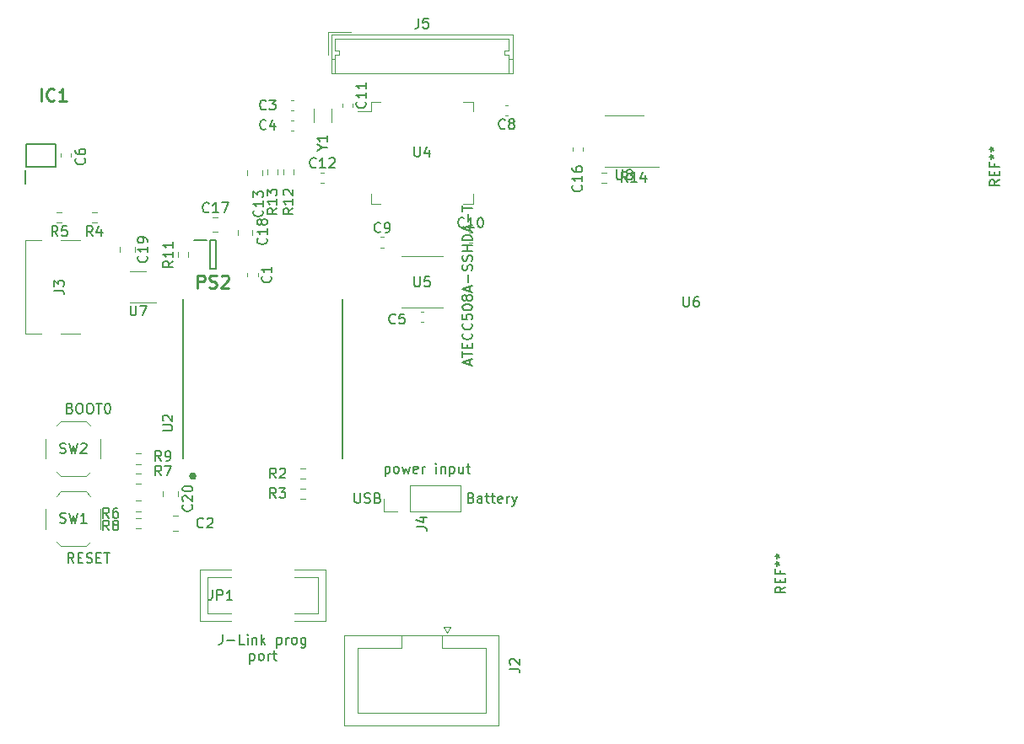
<source format=gbr>
%TF.GenerationSoftware,KiCad,Pcbnew,(5.99.0-12717-g57c7d663b0)*%
%TF.CreationDate,2021-10-22T11:26:34+02:00*%
%TF.ProjectId,Main_PCB,4d61696e-5f50-4434-922e-6b696361645f,rev?*%
%TF.SameCoordinates,Original*%
%TF.FileFunction,Legend,Top*%
%TF.FilePolarity,Positive*%
%FSLAX46Y46*%
G04 Gerber Fmt 4.6, Leading zero omitted, Abs format (unit mm)*
G04 Created by KiCad (PCBNEW (5.99.0-12717-g57c7d663b0)) date 2021-10-22 11:26:34*
%MOMM*%
%LPD*%
G01*
G04 APERTURE LIST*
%ADD10C,0.150000*%
%ADD11C,0.254000*%
%ADD12C,0.120000*%
%ADD13C,0.100000*%
%ADD14C,0.200000*%
%ADD15C,0.010000*%
G04 APERTURE END LIST*
D10*
X113928571Y-109928571D02*
X114071428Y-109976190D01*
X114119047Y-110023809D01*
X114166666Y-110119047D01*
X114166666Y-110261904D01*
X114119047Y-110357142D01*
X114071428Y-110404761D01*
X113976190Y-110452380D01*
X113595238Y-110452380D01*
X113595238Y-109452380D01*
X113928571Y-109452380D01*
X114023809Y-109500000D01*
X114071428Y-109547619D01*
X114119047Y-109642857D01*
X114119047Y-109738095D01*
X114071428Y-109833333D01*
X114023809Y-109880952D01*
X113928571Y-109928571D01*
X113595238Y-109928571D01*
X115023809Y-110452380D02*
X115023809Y-109928571D01*
X114976190Y-109833333D01*
X114880952Y-109785714D01*
X114690476Y-109785714D01*
X114595238Y-109833333D01*
X115023809Y-110404761D02*
X114928571Y-110452380D01*
X114690476Y-110452380D01*
X114595238Y-110404761D01*
X114547619Y-110309523D01*
X114547619Y-110214285D01*
X114595238Y-110119047D01*
X114690476Y-110071428D01*
X114928571Y-110071428D01*
X115023809Y-110023809D01*
X115357142Y-109785714D02*
X115738095Y-109785714D01*
X115500000Y-109452380D02*
X115500000Y-110309523D01*
X115547619Y-110404761D01*
X115642857Y-110452380D01*
X115738095Y-110452380D01*
X115928571Y-109785714D02*
X116309523Y-109785714D01*
X116071428Y-109452380D02*
X116071428Y-110309523D01*
X116119047Y-110404761D01*
X116214285Y-110452380D01*
X116309523Y-110452380D01*
X117023809Y-110404761D02*
X116928571Y-110452380D01*
X116738095Y-110452380D01*
X116642857Y-110404761D01*
X116595238Y-110309523D01*
X116595238Y-109928571D01*
X116642857Y-109833333D01*
X116738095Y-109785714D01*
X116928571Y-109785714D01*
X117023809Y-109833333D01*
X117071428Y-109928571D01*
X117071428Y-110023809D01*
X116595238Y-110119047D01*
X117500000Y-110452380D02*
X117500000Y-109785714D01*
X117500000Y-109976190D02*
X117547619Y-109880952D01*
X117595238Y-109833333D01*
X117690476Y-109785714D01*
X117785714Y-109785714D01*
X118023809Y-109785714D02*
X118261904Y-110452380D01*
X118500000Y-109785714D02*
X118261904Y-110452380D01*
X118166666Y-110690476D01*
X118119047Y-110738095D01*
X118023809Y-110785714D01*
X74047619Y-116452380D02*
X73714285Y-115976190D01*
X73476190Y-116452380D02*
X73476190Y-115452380D01*
X73857142Y-115452380D01*
X73952380Y-115500000D01*
X74000000Y-115547619D01*
X74047619Y-115642857D01*
X74047619Y-115785714D01*
X74000000Y-115880952D01*
X73952380Y-115928571D01*
X73857142Y-115976190D01*
X73476190Y-115976190D01*
X74476190Y-115928571D02*
X74809523Y-115928571D01*
X74952380Y-116452380D02*
X74476190Y-116452380D01*
X74476190Y-115452380D01*
X74952380Y-115452380D01*
X75333333Y-116404761D02*
X75476190Y-116452380D01*
X75714285Y-116452380D01*
X75809523Y-116404761D01*
X75857142Y-116357142D01*
X75904761Y-116261904D01*
X75904761Y-116166666D01*
X75857142Y-116071428D01*
X75809523Y-116023809D01*
X75714285Y-115976190D01*
X75523809Y-115928571D01*
X75428571Y-115880952D01*
X75380952Y-115833333D01*
X75333333Y-115738095D01*
X75333333Y-115642857D01*
X75380952Y-115547619D01*
X75428571Y-115500000D01*
X75523809Y-115452380D01*
X75761904Y-115452380D01*
X75904761Y-115500000D01*
X76333333Y-115928571D02*
X76666666Y-115928571D01*
X76809523Y-116452380D02*
X76333333Y-116452380D01*
X76333333Y-115452380D01*
X76809523Y-115452380D01*
X77095238Y-115452380D02*
X77666666Y-115452380D01*
X77380952Y-116452380D02*
X77380952Y-115452380D01*
X88976190Y-123647380D02*
X88976190Y-124361666D01*
X88928571Y-124504523D01*
X88833333Y-124599761D01*
X88690476Y-124647380D01*
X88595238Y-124647380D01*
X89452380Y-124266428D02*
X90214285Y-124266428D01*
X91166666Y-124647380D02*
X90690476Y-124647380D01*
X90690476Y-123647380D01*
X91500000Y-124647380D02*
X91500000Y-123980714D01*
X91500000Y-123647380D02*
X91452380Y-123695000D01*
X91500000Y-123742619D01*
X91547619Y-123695000D01*
X91500000Y-123647380D01*
X91500000Y-123742619D01*
X91976190Y-123980714D02*
X91976190Y-124647380D01*
X91976190Y-124075952D02*
X92023809Y-124028333D01*
X92119047Y-123980714D01*
X92261904Y-123980714D01*
X92357142Y-124028333D01*
X92404761Y-124123571D01*
X92404761Y-124647380D01*
X92880952Y-124647380D02*
X92880952Y-123647380D01*
X92976190Y-124266428D02*
X93261904Y-124647380D01*
X93261904Y-123980714D02*
X92880952Y-124361666D01*
X94452380Y-123980714D02*
X94452380Y-124980714D01*
X94452380Y-124028333D02*
X94547619Y-123980714D01*
X94738095Y-123980714D01*
X94833333Y-124028333D01*
X94880952Y-124075952D01*
X94928571Y-124171190D01*
X94928571Y-124456904D01*
X94880952Y-124552142D01*
X94833333Y-124599761D01*
X94738095Y-124647380D01*
X94547619Y-124647380D01*
X94452380Y-124599761D01*
X95357142Y-124647380D02*
X95357142Y-123980714D01*
X95357142Y-124171190D02*
X95404761Y-124075952D01*
X95452380Y-124028333D01*
X95547619Y-123980714D01*
X95642857Y-123980714D01*
X96119047Y-124647380D02*
X96023809Y-124599761D01*
X95976190Y-124552142D01*
X95928571Y-124456904D01*
X95928571Y-124171190D01*
X95976190Y-124075952D01*
X96023809Y-124028333D01*
X96119047Y-123980714D01*
X96261904Y-123980714D01*
X96357142Y-124028333D01*
X96404761Y-124075952D01*
X96452380Y-124171190D01*
X96452380Y-124456904D01*
X96404761Y-124552142D01*
X96357142Y-124599761D01*
X96261904Y-124647380D01*
X96119047Y-124647380D01*
X97309523Y-123980714D02*
X97309523Y-124790238D01*
X97261904Y-124885476D01*
X97214285Y-124933095D01*
X97119047Y-124980714D01*
X96976190Y-124980714D01*
X96880952Y-124933095D01*
X97309523Y-124599761D02*
X97214285Y-124647380D01*
X97023809Y-124647380D01*
X96928571Y-124599761D01*
X96880952Y-124552142D01*
X96833333Y-124456904D01*
X96833333Y-124171190D01*
X96880952Y-124075952D01*
X96928571Y-124028333D01*
X97023809Y-123980714D01*
X97214285Y-123980714D01*
X97309523Y-124028333D01*
X91738095Y-125590714D02*
X91738095Y-126590714D01*
X91738095Y-125638333D02*
X91833333Y-125590714D01*
X92023809Y-125590714D01*
X92119047Y-125638333D01*
X92166666Y-125685952D01*
X92214285Y-125781190D01*
X92214285Y-126066904D01*
X92166666Y-126162142D01*
X92119047Y-126209761D01*
X92023809Y-126257380D01*
X91833333Y-126257380D01*
X91738095Y-126209761D01*
X92785714Y-126257380D02*
X92690476Y-126209761D01*
X92642857Y-126162142D01*
X92595238Y-126066904D01*
X92595238Y-125781190D01*
X92642857Y-125685952D01*
X92690476Y-125638333D01*
X92785714Y-125590714D01*
X92928571Y-125590714D01*
X93023809Y-125638333D01*
X93071428Y-125685952D01*
X93119047Y-125781190D01*
X93119047Y-126066904D01*
X93071428Y-126162142D01*
X93023809Y-126209761D01*
X92928571Y-126257380D01*
X92785714Y-126257380D01*
X93547619Y-126257380D02*
X93547619Y-125590714D01*
X93547619Y-125781190D02*
X93595238Y-125685952D01*
X93642857Y-125638333D01*
X93738095Y-125590714D01*
X93833333Y-125590714D01*
X94023809Y-125590714D02*
X94404761Y-125590714D01*
X94166666Y-125257380D02*
X94166666Y-126114523D01*
X94214285Y-126209761D01*
X94309523Y-126257380D01*
X94404761Y-126257380D01*
X102238095Y-109452380D02*
X102238095Y-110261904D01*
X102285714Y-110357142D01*
X102333333Y-110404761D01*
X102428571Y-110452380D01*
X102619047Y-110452380D01*
X102714285Y-110404761D01*
X102761904Y-110357142D01*
X102809523Y-110261904D01*
X102809523Y-109452380D01*
X103238095Y-110404761D02*
X103380952Y-110452380D01*
X103619047Y-110452380D01*
X103714285Y-110404761D01*
X103761904Y-110357142D01*
X103809523Y-110261904D01*
X103809523Y-110166666D01*
X103761904Y-110071428D01*
X103714285Y-110023809D01*
X103619047Y-109976190D01*
X103428571Y-109928571D01*
X103333333Y-109880952D01*
X103285714Y-109833333D01*
X103238095Y-109738095D01*
X103238095Y-109642857D01*
X103285714Y-109547619D01*
X103333333Y-109500000D01*
X103428571Y-109452380D01*
X103666666Y-109452380D01*
X103809523Y-109500000D01*
X104571428Y-109928571D02*
X104714285Y-109976190D01*
X104761904Y-110023809D01*
X104809523Y-110119047D01*
X104809523Y-110261904D01*
X104761904Y-110357142D01*
X104714285Y-110404761D01*
X104619047Y-110452380D01*
X104238095Y-110452380D01*
X104238095Y-109452380D01*
X104571428Y-109452380D01*
X104666666Y-109500000D01*
X104714285Y-109547619D01*
X104761904Y-109642857D01*
X104761904Y-109738095D01*
X104714285Y-109833333D01*
X104666666Y-109880952D01*
X104571428Y-109928571D01*
X104238095Y-109928571D01*
X105309523Y-106785714D02*
X105309523Y-107785714D01*
X105309523Y-106833333D02*
X105404761Y-106785714D01*
X105595238Y-106785714D01*
X105690476Y-106833333D01*
X105738095Y-106880952D01*
X105785714Y-106976190D01*
X105785714Y-107261904D01*
X105738095Y-107357142D01*
X105690476Y-107404761D01*
X105595238Y-107452380D01*
X105404761Y-107452380D01*
X105309523Y-107404761D01*
X106357142Y-107452380D02*
X106261904Y-107404761D01*
X106214285Y-107357142D01*
X106166666Y-107261904D01*
X106166666Y-106976190D01*
X106214285Y-106880952D01*
X106261904Y-106833333D01*
X106357142Y-106785714D01*
X106500000Y-106785714D01*
X106595238Y-106833333D01*
X106642857Y-106880952D01*
X106690476Y-106976190D01*
X106690476Y-107261904D01*
X106642857Y-107357142D01*
X106595238Y-107404761D01*
X106500000Y-107452380D01*
X106357142Y-107452380D01*
X107023809Y-106785714D02*
X107214285Y-107452380D01*
X107404761Y-106976190D01*
X107595238Y-107452380D01*
X107785714Y-106785714D01*
X108547619Y-107404761D02*
X108452380Y-107452380D01*
X108261904Y-107452380D01*
X108166666Y-107404761D01*
X108119047Y-107309523D01*
X108119047Y-106928571D01*
X108166666Y-106833333D01*
X108261904Y-106785714D01*
X108452380Y-106785714D01*
X108547619Y-106833333D01*
X108595238Y-106928571D01*
X108595238Y-107023809D01*
X108119047Y-107119047D01*
X109023809Y-107452380D02*
X109023809Y-106785714D01*
X109023809Y-106976190D02*
X109071428Y-106880952D01*
X109119047Y-106833333D01*
X109214285Y-106785714D01*
X109309523Y-106785714D01*
X110404761Y-107452380D02*
X110404761Y-106785714D01*
X110404761Y-106452380D02*
X110357142Y-106500000D01*
X110404761Y-106547619D01*
X110452380Y-106500000D01*
X110404761Y-106452380D01*
X110404761Y-106547619D01*
X110880952Y-106785714D02*
X110880952Y-107452380D01*
X110880952Y-106880952D02*
X110928571Y-106833333D01*
X111023809Y-106785714D01*
X111166666Y-106785714D01*
X111261904Y-106833333D01*
X111309523Y-106928571D01*
X111309523Y-107452380D01*
X111785714Y-106785714D02*
X111785714Y-107785714D01*
X111785714Y-106833333D02*
X111880952Y-106785714D01*
X112071428Y-106785714D01*
X112166666Y-106833333D01*
X112214285Y-106880952D01*
X112261904Y-106976190D01*
X112261904Y-107261904D01*
X112214285Y-107357142D01*
X112166666Y-107404761D01*
X112071428Y-107452380D01*
X111880952Y-107452380D01*
X111785714Y-107404761D01*
X113119047Y-106785714D02*
X113119047Y-107452380D01*
X112690476Y-106785714D02*
X112690476Y-107309523D01*
X112738095Y-107404761D01*
X112833333Y-107452380D01*
X112976190Y-107452380D01*
X113071428Y-107404761D01*
X113119047Y-107357142D01*
X113452380Y-106785714D02*
X113833333Y-106785714D01*
X113595238Y-106452380D02*
X113595238Y-107309523D01*
X113642857Y-107404761D01*
X113738095Y-107452380D01*
X113833333Y-107452380D01*
X73666666Y-100928571D02*
X73809523Y-100976190D01*
X73857142Y-101023809D01*
X73904761Y-101119047D01*
X73904761Y-101261904D01*
X73857142Y-101357142D01*
X73809523Y-101404761D01*
X73714285Y-101452380D01*
X73333333Y-101452380D01*
X73333333Y-100452380D01*
X73666666Y-100452380D01*
X73761904Y-100500000D01*
X73809523Y-100547619D01*
X73857142Y-100642857D01*
X73857142Y-100738095D01*
X73809523Y-100833333D01*
X73761904Y-100880952D01*
X73666666Y-100928571D01*
X73333333Y-100928571D01*
X74523809Y-100452380D02*
X74714285Y-100452380D01*
X74809523Y-100500000D01*
X74904761Y-100595238D01*
X74952380Y-100785714D01*
X74952380Y-101119047D01*
X74904761Y-101309523D01*
X74809523Y-101404761D01*
X74714285Y-101452380D01*
X74523809Y-101452380D01*
X74428571Y-101404761D01*
X74333333Y-101309523D01*
X74285714Y-101119047D01*
X74285714Y-100785714D01*
X74333333Y-100595238D01*
X74428571Y-100500000D01*
X74523809Y-100452380D01*
X75571428Y-100452380D02*
X75761904Y-100452380D01*
X75857142Y-100500000D01*
X75952380Y-100595238D01*
X76000000Y-100785714D01*
X76000000Y-101119047D01*
X75952380Y-101309523D01*
X75857142Y-101404761D01*
X75761904Y-101452380D01*
X75571428Y-101452380D01*
X75476190Y-101404761D01*
X75380952Y-101309523D01*
X75333333Y-101119047D01*
X75333333Y-100785714D01*
X75380952Y-100595238D01*
X75476190Y-100500000D01*
X75571428Y-100452380D01*
X76285714Y-100452380D02*
X76857142Y-100452380D01*
X76571428Y-101452380D02*
X76571428Y-100452380D01*
X77380952Y-100452380D02*
X77476190Y-100452380D01*
X77571428Y-100500000D01*
X77619047Y-100547619D01*
X77666666Y-100642857D01*
X77714285Y-100833333D01*
X77714285Y-101071428D01*
X77666666Y-101261904D01*
X77619047Y-101357142D01*
X77571428Y-101404761D01*
X77476190Y-101452380D01*
X77380952Y-101452380D01*
X77285714Y-101404761D01*
X77238095Y-101357142D01*
X77190476Y-101261904D01*
X77142857Y-101071428D01*
X77142857Y-100833333D01*
X77190476Y-100642857D01*
X77238095Y-100547619D01*
X77285714Y-100500000D01*
X77380952Y-100452380D01*
%TO.C,REF\u002A\u002A*%
X166952380Y-77983333D02*
X166476190Y-78316666D01*
X166952380Y-78554761D02*
X165952380Y-78554761D01*
X165952380Y-78173809D01*
X166000000Y-78078571D01*
X166047619Y-78030952D01*
X166142857Y-77983333D01*
X166285714Y-77983333D01*
X166380952Y-78030952D01*
X166428571Y-78078571D01*
X166476190Y-78173809D01*
X166476190Y-78554761D01*
X166428571Y-77554761D02*
X166428571Y-77221428D01*
X166952380Y-77078571D02*
X166952380Y-77554761D01*
X165952380Y-77554761D01*
X165952380Y-77078571D01*
X166428571Y-76316666D02*
X166428571Y-76650000D01*
X166952380Y-76650000D02*
X165952380Y-76650000D01*
X165952380Y-76173809D01*
X165952380Y-75650000D02*
X166190476Y-75650000D01*
X166095238Y-75888095D02*
X166190476Y-75650000D01*
X166095238Y-75411904D01*
X166380952Y-75792857D02*
X166190476Y-75650000D01*
X166380952Y-75507142D01*
X165952380Y-74888095D02*
X166190476Y-74888095D01*
X166095238Y-75126190D02*
X166190476Y-74888095D01*
X166095238Y-74650000D01*
X166380952Y-75030952D02*
X166190476Y-74888095D01*
X166380952Y-74745238D01*
X145452380Y-118883333D02*
X144976190Y-119216666D01*
X145452380Y-119454761D02*
X144452380Y-119454761D01*
X144452380Y-119073809D01*
X144500000Y-118978571D01*
X144547619Y-118930952D01*
X144642857Y-118883333D01*
X144785714Y-118883333D01*
X144880952Y-118930952D01*
X144928571Y-118978571D01*
X144976190Y-119073809D01*
X144976190Y-119454761D01*
X144928571Y-118454761D02*
X144928571Y-118121428D01*
X145452380Y-117978571D02*
X145452380Y-118454761D01*
X144452380Y-118454761D01*
X144452380Y-117978571D01*
X144928571Y-117216666D02*
X144928571Y-117550000D01*
X145452380Y-117550000D02*
X144452380Y-117550000D01*
X144452380Y-117073809D01*
X144452380Y-116550000D02*
X144690476Y-116550000D01*
X144595238Y-116788095D02*
X144690476Y-116550000D01*
X144595238Y-116311904D01*
X144880952Y-116692857D02*
X144690476Y-116550000D01*
X144880952Y-116407142D01*
X144452380Y-115788095D02*
X144690476Y-115788095D01*
X144595238Y-116026190D02*
X144690476Y-115788095D01*
X144595238Y-115550000D01*
X144880952Y-115930952D02*
X144690476Y-115788095D01*
X144880952Y-115645238D01*
%TO.C,C19*%
X81357142Y-85642857D02*
X81404761Y-85690476D01*
X81452380Y-85833333D01*
X81452380Y-85928571D01*
X81404761Y-86071428D01*
X81309523Y-86166666D01*
X81214285Y-86214285D01*
X81023809Y-86261904D01*
X80880952Y-86261904D01*
X80690476Y-86214285D01*
X80595238Y-86166666D01*
X80500000Y-86071428D01*
X80452380Y-85928571D01*
X80452380Y-85833333D01*
X80500000Y-85690476D01*
X80547619Y-85642857D01*
X81452380Y-84690476D02*
X81452380Y-85261904D01*
X81452380Y-84976190D02*
X80452380Y-84976190D01*
X80595238Y-85071428D01*
X80690476Y-85166666D01*
X80738095Y-85261904D01*
X81452380Y-84214285D02*
X81452380Y-84023809D01*
X81404761Y-83928571D01*
X81357142Y-83880952D01*
X81214285Y-83785714D01*
X81023809Y-83738095D01*
X80642857Y-83738095D01*
X80547619Y-83785714D01*
X80500000Y-83833333D01*
X80452380Y-83928571D01*
X80452380Y-84119047D01*
X80500000Y-84214285D01*
X80547619Y-84261904D01*
X80642857Y-84309523D01*
X80880952Y-84309523D01*
X80976190Y-84261904D01*
X81023809Y-84214285D01*
X81071428Y-84119047D01*
X81071428Y-83928571D01*
X81023809Y-83833333D01*
X80976190Y-83785714D01*
X80880952Y-83738095D01*
%TO.C,U7*%
X79738095Y-90602380D02*
X79738095Y-91411904D01*
X79785714Y-91507142D01*
X79833333Y-91554761D01*
X79928571Y-91602380D01*
X80119047Y-91602380D01*
X80214285Y-91554761D01*
X80261904Y-91507142D01*
X80309523Y-91411904D01*
X80309523Y-90602380D01*
X80690476Y-90602380D02*
X81357142Y-90602380D01*
X80928571Y-91602380D01*
%TO.C,C6*%
X75107142Y-75812933D02*
X75154761Y-75860552D01*
X75202380Y-76003409D01*
X75202380Y-76098647D01*
X75154761Y-76241505D01*
X75059523Y-76336743D01*
X74964285Y-76384362D01*
X74773809Y-76431981D01*
X74630952Y-76431981D01*
X74440476Y-76384362D01*
X74345238Y-76336743D01*
X74250000Y-76241505D01*
X74202380Y-76098647D01*
X74202380Y-76003409D01*
X74250000Y-75860552D01*
X74297619Y-75812933D01*
X74202380Y-74955790D02*
X74202380Y-75146267D01*
X74250000Y-75241505D01*
X74297619Y-75289124D01*
X74440476Y-75384362D01*
X74630952Y-75431981D01*
X75011904Y-75431981D01*
X75107142Y-75384362D01*
X75154761Y-75336743D01*
X75202380Y-75241505D01*
X75202380Y-75051028D01*
X75154761Y-74955790D01*
X75107142Y-74908171D01*
X75011904Y-74860552D01*
X74773809Y-74860552D01*
X74678571Y-74908171D01*
X74630952Y-74955790D01*
X74583333Y-75051028D01*
X74583333Y-75241505D01*
X74630952Y-75336743D01*
X74678571Y-75384362D01*
X74773809Y-75431981D01*
%TO.C,C8*%
X117333333Y-72787142D02*
X117285714Y-72834761D01*
X117142857Y-72882380D01*
X117047619Y-72882380D01*
X116904761Y-72834761D01*
X116809523Y-72739523D01*
X116761904Y-72644285D01*
X116714285Y-72453809D01*
X116714285Y-72310952D01*
X116761904Y-72120476D01*
X116809523Y-72025238D01*
X116904761Y-71930000D01*
X117047619Y-71882380D01*
X117142857Y-71882380D01*
X117285714Y-71930000D01*
X117333333Y-71977619D01*
X117904761Y-72310952D02*
X117809523Y-72263333D01*
X117761904Y-72215714D01*
X117714285Y-72120476D01*
X117714285Y-72072857D01*
X117761904Y-71977619D01*
X117809523Y-71930000D01*
X117904761Y-71882380D01*
X118095238Y-71882380D01*
X118190476Y-71930000D01*
X118238095Y-71977619D01*
X118285714Y-72072857D01*
X118285714Y-72120476D01*
X118238095Y-72215714D01*
X118190476Y-72263333D01*
X118095238Y-72310952D01*
X117904761Y-72310952D01*
X117809523Y-72358571D01*
X117761904Y-72406190D01*
X117714285Y-72501428D01*
X117714285Y-72691904D01*
X117761904Y-72787142D01*
X117809523Y-72834761D01*
X117904761Y-72882380D01*
X118095238Y-72882380D01*
X118190476Y-72834761D01*
X118238095Y-72787142D01*
X118285714Y-72691904D01*
X118285714Y-72501428D01*
X118238095Y-72406190D01*
X118190476Y-72358571D01*
X118095238Y-72310952D01*
%TO.C,J2*%
X117802380Y-127103333D02*
X118516666Y-127103333D01*
X118659523Y-127150952D01*
X118754761Y-127246190D01*
X118802380Y-127389047D01*
X118802380Y-127484285D01*
X117897619Y-126674761D02*
X117850000Y-126627142D01*
X117802380Y-126531904D01*
X117802380Y-126293809D01*
X117850000Y-126198571D01*
X117897619Y-126150952D01*
X117992857Y-126103333D01*
X118088095Y-126103333D01*
X118230952Y-126150952D01*
X118802380Y-126722380D01*
X118802380Y-126103333D01*
%TO.C,R8*%
X77583333Y-113202380D02*
X77250000Y-112726190D01*
X77011904Y-113202380D02*
X77011904Y-112202380D01*
X77392857Y-112202380D01*
X77488095Y-112250000D01*
X77535714Y-112297619D01*
X77583333Y-112392857D01*
X77583333Y-112535714D01*
X77535714Y-112630952D01*
X77488095Y-112678571D01*
X77392857Y-112726190D01*
X77011904Y-112726190D01*
X78154761Y-112630952D02*
X78059523Y-112583333D01*
X78011904Y-112535714D01*
X77964285Y-112440476D01*
X77964285Y-112392857D01*
X78011904Y-112297619D01*
X78059523Y-112250000D01*
X78154761Y-112202380D01*
X78345238Y-112202380D01*
X78440476Y-112250000D01*
X78488095Y-112297619D01*
X78535714Y-112392857D01*
X78535714Y-112440476D01*
X78488095Y-112535714D01*
X78440476Y-112583333D01*
X78345238Y-112630952D01*
X78154761Y-112630952D01*
X78059523Y-112678571D01*
X78011904Y-112726190D01*
X77964285Y-112821428D01*
X77964285Y-113011904D01*
X78011904Y-113107142D01*
X78059523Y-113154761D01*
X78154761Y-113202380D01*
X78345238Y-113202380D01*
X78440476Y-113154761D01*
X78488095Y-113107142D01*
X78535714Y-113011904D01*
X78535714Y-112821428D01*
X78488095Y-112726190D01*
X78440476Y-112678571D01*
X78345238Y-112630952D01*
%TO.C,R14*%
X129607142Y-78202380D02*
X129273809Y-77726190D01*
X129035714Y-78202380D02*
X129035714Y-77202380D01*
X129416666Y-77202380D01*
X129511904Y-77250000D01*
X129559523Y-77297619D01*
X129607142Y-77392857D01*
X129607142Y-77535714D01*
X129559523Y-77630952D01*
X129511904Y-77678571D01*
X129416666Y-77726190D01*
X129035714Y-77726190D01*
X130559523Y-78202380D02*
X129988095Y-78202380D01*
X130273809Y-78202380D02*
X130273809Y-77202380D01*
X130178571Y-77345238D01*
X130083333Y-77440476D01*
X129988095Y-77488095D01*
X131416666Y-77535714D02*
X131416666Y-78202380D01*
X131178571Y-77154761D02*
X130940476Y-77869047D01*
X131559523Y-77869047D01*
%TO.C,R6*%
X77583333Y-111952380D02*
X77250000Y-111476190D01*
X77011904Y-111952380D02*
X77011904Y-110952380D01*
X77392857Y-110952380D01*
X77488095Y-111000000D01*
X77535714Y-111047619D01*
X77583333Y-111142857D01*
X77583333Y-111285714D01*
X77535714Y-111380952D01*
X77488095Y-111428571D01*
X77392857Y-111476190D01*
X77011904Y-111476190D01*
X78440476Y-110952380D02*
X78250000Y-110952380D01*
X78154761Y-111000000D01*
X78107142Y-111047619D01*
X78011904Y-111190476D01*
X77964285Y-111380952D01*
X77964285Y-111761904D01*
X78011904Y-111857142D01*
X78059523Y-111904761D01*
X78154761Y-111952380D01*
X78345238Y-111952380D01*
X78440476Y-111904761D01*
X78488095Y-111857142D01*
X78535714Y-111761904D01*
X78535714Y-111523809D01*
X78488095Y-111428571D01*
X78440476Y-111380952D01*
X78345238Y-111333333D01*
X78154761Y-111333333D01*
X78059523Y-111380952D01*
X78011904Y-111428571D01*
X77964285Y-111523809D01*
%TO.C,JP1*%
X87956226Y-119202091D02*
X87956226Y-119916754D01*
X87908582Y-120059687D01*
X87813294Y-120154975D01*
X87670361Y-120202619D01*
X87575073Y-120202619D01*
X88432668Y-120202619D02*
X88432668Y-119202091D01*
X88813822Y-119202091D01*
X88909110Y-119249736D01*
X88956754Y-119297380D01*
X89004398Y-119392668D01*
X89004398Y-119535601D01*
X88956754Y-119630889D01*
X88909110Y-119678533D01*
X88813822Y-119726177D01*
X88432668Y-119726177D01*
X89957282Y-120202619D02*
X89385552Y-120202619D01*
X89671417Y-120202619D02*
X89671417Y-119202091D01*
X89576129Y-119345024D01*
X89480840Y-119440312D01*
X89385552Y-119487956D01*
%TO.C,J3*%
X72062380Y-89083333D02*
X72776666Y-89083333D01*
X72919523Y-89130952D01*
X73014761Y-89226190D01*
X73062380Y-89369047D01*
X73062380Y-89464285D01*
X72062380Y-88702380D02*
X72062380Y-88083333D01*
X72443333Y-88416666D01*
X72443333Y-88273809D01*
X72490952Y-88178571D01*
X72538571Y-88130952D01*
X72633809Y-88083333D01*
X72871904Y-88083333D01*
X72967142Y-88130952D01*
X73014761Y-88178571D01*
X73062380Y-88273809D01*
X73062380Y-88559523D01*
X73014761Y-88654761D01*
X72967142Y-88702380D01*
%TO.C,R11*%
X84022380Y-86142857D02*
X83546190Y-86476190D01*
X84022380Y-86714285D02*
X83022380Y-86714285D01*
X83022380Y-86333333D01*
X83070000Y-86238095D01*
X83117619Y-86190476D01*
X83212857Y-86142857D01*
X83355714Y-86142857D01*
X83450952Y-86190476D01*
X83498571Y-86238095D01*
X83546190Y-86333333D01*
X83546190Y-86714285D01*
X84022380Y-85190476D02*
X84022380Y-85761904D01*
X84022380Y-85476190D02*
X83022380Y-85476190D01*
X83165238Y-85571428D01*
X83260476Y-85666666D01*
X83308095Y-85761904D01*
X84022380Y-84238095D02*
X84022380Y-84809523D01*
X84022380Y-84523809D02*
X83022380Y-84523809D01*
X83165238Y-84619047D01*
X83260476Y-84714285D01*
X83308095Y-84809523D01*
%TO.C,SW2*%
X72666666Y-105404761D02*
X72809523Y-105452380D01*
X73047619Y-105452380D01*
X73142857Y-105404761D01*
X73190476Y-105357142D01*
X73238095Y-105261904D01*
X73238095Y-105166666D01*
X73190476Y-105071428D01*
X73142857Y-105023809D01*
X73047619Y-104976190D01*
X72857142Y-104928571D01*
X72761904Y-104880952D01*
X72714285Y-104833333D01*
X72666666Y-104738095D01*
X72666666Y-104642857D01*
X72714285Y-104547619D01*
X72761904Y-104500000D01*
X72857142Y-104452380D01*
X73095238Y-104452380D01*
X73238095Y-104500000D01*
X73571428Y-104452380D02*
X73809523Y-105452380D01*
X74000000Y-104738095D01*
X74190476Y-105452380D01*
X74428571Y-104452380D01*
X74761904Y-104547619D02*
X74809523Y-104500000D01*
X74904761Y-104452380D01*
X75142857Y-104452380D01*
X75238095Y-104500000D01*
X75285714Y-104547619D01*
X75333333Y-104642857D01*
X75333333Y-104738095D01*
X75285714Y-104880952D01*
X74714285Y-105452380D01*
X75333333Y-105452380D01*
%TO.C,R5*%
X72435833Y-83632380D02*
X72102500Y-83156190D01*
X71864404Y-83632380D02*
X71864404Y-82632380D01*
X72245357Y-82632380D01*
X72340595Y-82680000D01*
X72388214Y-82727619D01*
X72435833Y-82822857D01*
X72435833Y-82965714D01*
X72388214Y-83060952D01*
X72340595Y-83108571D01*
X72245357Y-83156190D01*
X71864404Y-83156190D01*
X73340595Y-82632380D02*
X72864404Y-82632380D01*
X72816785Y-83108571D01*
X72864404Y-83060952D01*
X72959642Y-83013333D01*
X73197738Y-83013333D01*
X73292976Y-83060952D01*
X73340595Y-83108571D01*
X73388214Y-83203809D01*
X73388214Y-83441904D01*
X73340595Y-83537142D01*
X73292976Y-83584761D01*
X73197738Y-83632380D01*
X72959642Y-83632380D01*
X72864404Y-83584761D01*
X72816785Y-83537142D01*
%TO.C,Y1*%
X98976190Y-74726190D02*
X99452380Y-74726190D01*
X98452380Y-75059523D02*
X98976190Y-74726190D01*
X98452380Y-74392857D01*
X99452380Y-73535714D02*
X99452380Y-74107142D01*
X99452380Y-73821428D02*
X98452380Y-73821428D01*
X98595238Y-73916666D01*
X98690476Y-74011904D01*
X98738095Y-74107142D01*
%TO.C,U8*%
X128538095Y-76952380D02*
X128538095Y-77761904D01*
X128585714Y-77857142D01*
X128633333Y-77904761D01*
X128728571Y-77952380D01*
X128919047Y-77952380D01*
X129014285Y-77904761D01*
X129061904Y-77857142D01*
X129109523Y-77761904D01*
X129109523Y-76952380D01*
X129728571Y-77380952D02*
X129633333Y-77333333D01*
X129585714Y-77285714D01*
X129538095Y-77190476D01*
X129538095Y-77142857D01*
X129585714Y-77047619D01*
X129633333Y-77000000D01*
X129728571Y-76952380D01*
X129919047Y-76952380D01*
X130014285Y-77000000D01*
X130061904Y-77047619D01*
X130109523Y-77142857D01*
X130109523Y-77190476D01*
X130061904Y-77285714D01*
X130014285Y-77333333D01*
X129919047Y-77380952D01*
X129728571Y-77380952D01*
X129633333Y-77428571D01*
X129585714Y-77476190D01*
X129538095Y-77571428D01*
X129538095Y-77761904D01*
X129585714Y-77857142D01*
X129633333Y-77904761D01*
X129728571Y-77952380D01*
X129919047Y-77952380D01*
X130014285Y-77904761D01*
X130061904Y-77857142D01*
X130109523Y-77761904D01*
X130109523Y-77571428D01*
X130061904Y-77476190D01*
X130014285Y-77428571D01*
X129919047Y-77380952D01*
%TO.C,U6*%
X135238095Y-89722380D02*
X135238095Y-90531904D01*
X135285714Y-90627142D01*
X135333333Y-90674761D01*
X135428571Y-90722380D01*
X135619047Y-90722380D01*
X135714285Y-90674761D01*
X135761904Y-90627142D01*
X135809523Y-90531904D01*
X135809523Y-89722380D01*
X136714285Y-89722380D02*
X136523809Y-89722380D01*
X136428571Y-89770000D01*
X136380952Y-89817619D01*
X136285714Y-89960476D01*
X136238095Y-90150952D01*
X136238095Y-90531904D01*
X136285714Y-90627142D01*
X136333333Y-90674761D01*
X136428571Y-90722380D01*
X136619047Y-90722380D01*
X136714285Y-90674761D01*
X136761904Y-90627142D01*
X136809523Y-90531904D01*
X136809523Y-90293809D01*
X136761904Y-90198571D01*
X136714285Y-90150952D01*
X136619047Y-90103333D01*
X136428571Y-90103333D01*
X136333333Y-90150952D01*
X136285714Y-90198571D01*
X136238095Y-90293809D01*
%TO.C,SW1*%
X72666666Y-112404761D02*
X72809523Y-112452380D01*
X73047619Y-112452380D01*
X73142857Y-112404761D01*
X73190476Y-112357142D01*
X73238095Y-112261904D01*
X73238095Y-112166666D01*
X73190476Y-112071428D01*
X73142857Y-112023809D01*
X73047619Y-111976190D01*
X72857142Y-111928571D01*
X72761904Y-111880952D01*
X72714285Y-111833333D01*
X72666666Y-111738095D01*
X72666666Y-111642857D01*
X72714285Y-111547619D01*
X72761904Y-111500000D01*
X72857142Y-111452380D01*
X73095238Y-111452380D01*
X73238095Y-111500000D01*
X73571428Y-111452380D02*
X73809523Y-112452380D01*
X74000000Y-111738095D01*
X74190476Y-112452380D01*
X74428571Y-111452380D01*
X75333333Y-112452380D02*
X74761904Y-112452380D01*
X75047619Y-112452380D02*
X75047619Y-111452380D01*
X74952380Y-111595238D01*
X74857142Y-111690476D01*
X74761904Y-111738095D01*
D11*
%TO.C,IC1*%
X70760238Y-70074523D02*
X70760238Y-68804523D01*
X72090714Y-69953571D02*
X72030238Y-70014047D01*
X71848809Y-70074523D01*
X71727857Y-70074523D01*
X71546428Y-70014047D01*
X71425476Y-69893095D01*
X71365000Y-69772142D01*
X71304523Y-69530238D01*
X71304523Y-69348809D01*
X71365000Y-69106904D01*
X71425476Y-68985952D01*
X71546428Y-68865000D01*
X71727857Y-68804523D01*
X71848809Y-68804523D01*
X72030238Y-68865000D01*
X72090714Y-68925476D01*
X73300238Y-70074523D02*
X72574523Y-70074523D01*
X72937380Y-70074523D02*
X72937380Y-68804523D01*
X72816428Y-68985952D01*
X72695476Y-69106904D01*
X72574523Y-69167380D01*
D10*
%TO.C,R2*%
X94333333Y-107952380D02*
X94000000Y-107476190D01*
X93761904Y-107952380D02*
X93761904Y-106952380D01*
X94142857Y-106952380D01*
X94238095Y-107000000D01*
X94285714Y-107047619D01*
X94333333Y-107142857D01*
X94333333Y-107285714D01*
X94285714Y-107380952D01*
X94238095Y-107428571D01*
X94142857Y-107476190D01*
X93761904Y-107476190D01*
X94714285Y-107047619D02*
X94761904Y-107000000D01*
X94857142Y-106952380D01*
X95095238Y-106952380D01*
X95190476Y-107000000D01*
X95238095Y-107047619D01*
X95285714Y-107142857D01*
X95285714Y-107238095D01*
X95238095Y-107380952D01*
X94666666Y-107952380D01*
X95285714Y-107952380D01*
%TO.C,R3*%
X94333333Y-109952380D02*
X94000000Y-109476190D01*
X93761904Y-109952380D02*
X93761904Y-108952380D01*
X94142857Y-108952380D01*
X94238095Y-109000000D01*
X94285714Y-109047619D01*
X94333333Y-109142857D01*
X94333333Y-109285714D01*
X94285714Y-109380952D01*
X94238095Y-109428571D01*
X94142857Y-109476190D01*
X93761904Y-109476190D01*
X94666666Y-108952380D02*
X95285714Y-108952380D01*
X94952380Y-109333333D01*
X95095238Y-109333333D01*
X95190476Y-109380952D01*
X95238095Y-109428571D01*
X95285714Y-109523809D01*
X95285714Y-109761904D01*
X95238095Y-109857142D01*
X95190476Y-109904761D01*
X95095238Y-109952380D01*
X94809523Y-109952380D01*
X94714285Y-109904761D01*
X94666666Y-109857142D01*
%TO.C,U5*%
X108238095Y-87702380D02*
X108238095Y-88511904D01*
X108285714Y-88607142D01*
X108333333Y-88654761D01*
X108428571Y-88702380D01*
X108619047Y-88702380D01*
X108714285Y-88654761D01*
X108761904Y-88607142D01*
X108809523Y-88511904D01*
X108809523Y-87702380D01*
X109761904Y-87702380D02*
X109285714Y-87702380D01*
X109238095Y-88178571D01*
X109285714Y-88130952D01*
X109380952Y-88083333D01*
X109619047Y-88083333D01*
X109714285Y-88130952D01*
X109761904Y-88178571D01*
X109809523Y-88273809D01*
X109809523Y-88511904D01*
X109761904Y-88607142D01*
X109714285Y-88654761D01*
X109619047Y-88702380D01*
X109380952Y-88702380D01*
X109285714Y-88654761D01*
X109238095Y-88607142D01*
X113766666Y-96552380D02*
X113766666Y-96076190D01*
X114052380Y-96647619D02*
X113052380Y-96314285D01*
X114052380Y-95980952D01*
X113052380Y-95790476D02*
X113052380Y-95219047D01*
X114052380Y-95504761D02*
X113052380Y-95504761D01*
X113528571Y-94885714D02*
X113528571Y-94552380D01*
X114052380Y-94409523D02*
X114052380Y-94885714D01*
X113052380Y-94885714D01*
X113052380Y-94409523D01*
X113957142Y-93409523D02*
X114004761Y-93457142D01*
X114052380Y-93600000D01*
X114052380Y-93695238D01*
X114004761Y-93838095D01*
X113909523Y-93933333D01*
X113814285Y-93980952D01*
X113623809Y-94028571D01*
X113480952Y-94028571D01*
X113290476Y-93980952D01*
X113195238Y-93933333D01*
X113100000Y-93838095D01*
X113052380Y-93695238D01*
X113052380Y-93600000D01*
X113100000Y-93457142D01*
X113147619Y-93409523D01*
X113957142Y-92409523D02*
X114004761Y-92457142D01*
X114052380Y-92600000D01*
X114052380Y-92695238D01*
X114004761Y-92838095D01*
X113909523Y-92933333D01*
X113814285Y-92980952D01*
X113623809Y-93028571D01*
X113480952Y-93028571D01*
X113290476Y-92980952D01*
X113195238Y-92933333D01*
X113100000Y-92838095D01*
X113052380Y-92695238D01*
X113052380Y-92600000D01*
X113100000Y-92457142D01*
X113147619Y-92409523D01*
X113052380Y-91504761D02*
X113052380Y-91980952D01*
X113528571Y-92028571D01*
X113480952Y-91980952D01*
X113433333Y-91885714D01*
X113433333Y-91647619D01*
X113480952Y-91552380D01*
X113528571Y-91504761D01*
X113623809Y-91457142D01*
X113861904Y-91457142D01*
X113957142Y-91504761D01*
X114004761Y-91552380D01*
X114052380Y-91647619D01*
X114052380Y-91885714D01*
X114004761Y-91980952D01*
X113957142Y-92028571D01*
X113052380Y-90838095D02*
X113052380Y-90742857D01*
X113100000Y-90647619D01*
X113147619Y-90600000D01*
X113242857Y-90552380D01*
X113433333Y-90504761D01*
X113671428Y-90504761D01*
X113861904Y-90552380D01*
X113957142Y-90600000D01*
X114004761Y-90647619D01*
X114052380Y-90742857D01*
X114052380Y-90838095D01*
X114004761Y-90933333D01*
X113957142Y-90980952D01*
X113861904Y-91028571D01*
X113671428Y-91076190D01*
X113433333Y-91076190D01*
X113242857Y-91028571D01*
X113147619Y-90980952D01*
X113100000Y-90933333D01*
X113052380Y-90838095D01*
X113480952Y-89933333D02*
X113433333Y-90028571D01*
X113385714Y-90076190D01*
X113290476Y-90123809D01*
X113242857Y-90123809D01*
X113147619Y-90076190D01*
X113100000Y-90028571D01*
X113052380Y-89933333D01*
X113052380Y-89742857D01*
X113100000Y-89647619D01*
X113147619Y-89600000D01*
X113242857Y-89552380D01*
X113290476Y-89552380D01*
X113385714Y-89600000D01*
X113433333Y-89647619D01*
X113480952Y-89742857D01*
X113480952Y-89933333D01*
X113528571Y-90028571D01*
X113576190Y-90076190D01*
X113671428Y-90123809D01*
X113861904Y-90123809D01*
X113957142Y-90076190D01*
X114004761Y-90028571D01*
X114052380Y-89933333D01*
X114052380Y-89742857D01*
X114004761Y-89647619D01*
X113957142Y-89600000D01*
X113861904Y-89552380D01*
X113671428Y-89552380D01*
X113576190Y-89600000D01*
X113528571Y-89647619D01*
X113480952Y-89742857D01*
X113766666Y-89171428D02*
X113766666Y-88695238D01*
X114052380Y-89266666D02*
X113052380Y-88933333D01*
X114052380Y-88600000D01*
X113671428Y-88266666D02*
X113671428Y-87504761D01*
X114004761Y-87076190D02*
X114052380Y-86933333D01*
X114052380Y-86695238D01*
X114004761Y-86600000D01*
X113957142Y-86552380D01*
X113861904Y-86504761D01*
X113766666Y-86504761D01*
X113671428Y-86552380D01*
X113623809Y-86600000D01*
X113576190Y-86695238D01*
X113528571Y-86885714D01*
X113480952Y-86980952D01*
X113433333Y-87028571D01*
X113338095Y-87076190D01*
X113242857Y-87076190D01*
X113147619Y-87028571D01*
X113100000Y-86980952D01*
X113052380Y-86885714D01*
X113052380Y-86647619D01*
X113100000Y-86504761D01*
X114004761Y-86123809D02*
X114052380Y-85980952D01*
X114052380Y-85742857D01*
X114004761Y-85647619D01*
X113957142Y-85600000D01*
X113861904Y-85552380D01*
X113766666Y-85552380D01*
X113671428Y-85600000D01*
X113623809Y-85647619D01*
X113576190Y-85742857D01*
X113528571Y-85933333D01*
X113480952Y-86028571D01*
X113433333Y-86076190D01*
X113338095Y-86123809D01*
X113242857Y-86123809D01*
X113147619Y-86076190D01*
X113100000Y-86028571D01*
X113052380Y-85933333D01*
X113052380Y-85695238D01*
X113100000Y-85552380D01*
X114052380Y-85123809D02*
X113052380Y-85123809D01*
X113528571Y-85123809D02*
X113528571Y-84552380D01*
X114052380Y-84552380D02*
X113052380Y-84552380D01*
X114052380Y-84076190D02*
X113052380Y-84076190D01*
X113052380Y-83838095D01*
X113100000Y-83695238D01*
X113195238Y-83600000D01*
X113290476Y-83552380D01*
X113480952Y-83504761D01*
X113623809Y-83504761D01*
X113814285Y-83552380D01*
X113909523Y-83600000D01*
X114004761Y-83695238D01*
X114052380Y-83838095D01*
X114052380Y-84076190D01*
X113766666Y-83123809D02*
X113766666Y-82647619D01*
X114052380Y-83219047D02*
X113052380Y-82885714D01*
X114052380Y-82552380D01*
X113671428Y-82219047D02*
X113671428Y-81457142D01*
X113052380Y-81123809D02*
X113052380Y-80552380D01*
X114052380Y-80838095D02*
X113052380Y-80838095D01*
%TO.C,J4*%
X108452380Y-112833333D02*
X109166666Y-112833333D01*
X109309523Y-112880952D01*
X109404761Y-112976190D01*
X109452380Y-113119047D01*
X109452380Y-113214285D01*
X108785714Y-111928571D02*
X109452380Y-111928571D01*
X108404761Y-112166666D02*
X109119047Y-112404761D01*
X109119047Y-111785714D01*
%TO.C,U4*%
X108238095Y-74652380D02*
X108238095Y-75461904D01*
X108285714Y-75557142D01*
X108333333Y-75604761D01*
X108428571Y-75652380D01*
X108619047Y-75652380D01*
X108714285Y-75604761D01*
X108761904Y-75557142D01*
X108809523Y-75461904D01*
X108809523Y-74652380D01*
X109714285Y-74985714D02*
X109714285Y-75652380D01*
X109476190Y-74604761D02*
X109238095Y-75319047D01*
X109857142Y-75319047D01*
%TO.C,R7*%
X82833333Y-107702380D02*
X82500000Y-107226190D01*
X82261904Y-107702380D02*
X82261904Y-106702380D01*
X82642857Y-106702380D01*
X82738095Y-106750000D01*
X82785714Y-106797619D01*
X82833333Y-106892857D01*
X82833333Y-107035714D01*
X82785714Y-107130952D01*
X82738095Y-107178571D01*
X82642857Y-107226190D01*
X82261904Y-107226190D01*
X83166666Y-106702380D02*
X83833333Y-106702380D01*
X83404761Y-107702380D01*
%TO.C,C9*%
X104833333Y-83177142D02*
X104785714Y-83224761D01*
X104642857Y-83272380D01*
X104547619Y-83272380D01*
X104404761Y-83224761D01*
X104309523Y-83129523D01*
X104261904Y-83034285D01*
X104214285Y-82843809D01*
X104214285Y-82700952D01*
X104261904Y-82510476D01*
X104309523Y-82415238D01*
X104404761Y-82320000D01*
X104547619Y-82272380D01*
X104642857Y-82272380D01*
X104785714Y-82320000D01*
X104833333Y-82367619D01*
X105309523Y-83272380D02*
X105500000Y-83272380D01*
X105595238Y-83224761D01*
X105642857Y-83177142D01*
X105738095Y-83034285D01*
X105785714Y-82843809D01*
X105785714Y-82462857D01*
X105738095Y-82367619D01*
X105690476Y-82320000D01*
X105595238Y-82272380D01*
X105404761Y-82272380D01*
X105309523Y-82320000D01*
X105261904Y-82367619D01*
X105214285Y-82462857D01*
X105214285Y-82700952D01*
X105261904Y-82796190D01*
X105309523Y-82843809D01*
X105404761Y-82891428D01*
X105595238Y-82891428D01*
X105690476Y-82843809D01*
X105738095Y-82796190D01*
X105785714Y-82700952D01*
%TO.C,C3*%
X93333333Y-70857142D02*
X93285714Y-70904761D01*
X93142857Y-70952380D01*
X93047619Y-70952380D01*
X92904761Y-70904761D01*
X92809523Y-70809523D01*
X92761904Y-70714285D01*
X92714285Y-70523809D01*
X92714285Y-70380952D01*
X92761904Y-70190476D01*
X92809523Y-70095238D01*
X92904761Y-70000000D01*
X93047619Y-69952380D01*
X93142857Y-69952380D01*
X93285714Y-70000000D01*
X93333333Y-70047619D01*
X93666666Y-69952380D02*
X94285714Y-69952380D01*
X93952380Y-70333333D01*
X94095238Y-70333333D01*
X94190476Y-70380952D01*
X94238095Y-70428571D01*
X94285714Y-70523809D01*
X94285714Y-70761904D01*
X94238095Y-70857142D01*
X94190476Y-70904761D01*
X94095238Y-70952380D01*
X93809523Y-70952380D01*
X93714285Y-70904761D01*
X93666666Y-70857142D01*
%TO.C,C13*%
X92957142Y-81042857D02*
X93004761Y-81090476D01*
X93052380Y-81233333D01*
X93052380Y-81328571D01*
X93004761Y-81471428D01*
X92909523Y-81566666D01*
X92814285Y-81614285D01*
X92623809Y-81661904D01*
X92480952Y-81661904D01*
X92290476Y-81614285D01*
X92195238Y-81566666D01*
X92100000Y-81471428D01*
X92052380Y-81328571D01*
X92052380Y-81233333D01*
X92100000Y-81090476D01*
X92147619Y-81042857D01*
X93052380Y-80090476D02*
X93052380Y-80661904D01*
X93052380Y-80376190D02*
X92052380Y-80376190D01*
X92195238Y-80471428D01*
X92290476Y-80566666D01*
X92338095Y-80661904D01*
X92052380Y-79757142D02*
X92052380Y-79138095D01*
X92433333Y-79471428D01*
X92433333Y-79328571D01*
X92480952Y-79233333D01*
X92528571Y-79185714D01*
X92623809Y-79138095D01*
X92861904Y-79138095D01*
X92957142Y-79185714D01*
X93004761Y-79233333D01*
X93052380Y-79328571D01*
X93052380Y-79614285D01*
X93004761Y-79709523D01*
X92957142Y-79757142D01*
%TO.C,R13*%
X94452380Y-80842857D02*
X93976190Y-81176190D01*
X94452380Y-81414285D02*
X93452380Y-81414285D01*
X93452380Y-81033333D01*
X93500000Y-80938095D01*
X93547619Y-80890476D01*
X93642857Y-80842857D01*
X93785714Y-80842857D01*
X93880952Y-80890476D01*
X93928571Y-80938095D01*
X93976190Y-81033333D01*
X93976190Y-81414285D01*
X94452380Y-79890476D02*
X94452380Y-80461904D01*
X94452380Y-80176190D02*
X93452380Y-80176190D01*
X93595238Y-80271428D01*
X93690476Y-80366666D01*
X93738095Y-80461904D01*
X93452380Y-79557142D02*
X93452380Y-78938095D01*
X93833333Y-79271428D01*
X93833333Y-79128571D01*
X93880952Y-79033333D01*
X93928571Y-78985714D01*
X94023809Y-78938095D01*
X94261904Y-78938095D01*
X94357142Y-78985714D01*
X94404761Y-79033333D01*
X94452380Y-79128571D01*
X94452380Y-79414285D01*
X94404761Y-79509523D01*
X94357142Y-79557142D01*
%TO.C,C18*%
X93357142Y-83842857D02*
X93404761Y-83890476D01*
X93452380Y-84033333D01*
X93452380Y-84128571D01*
X93404761Y-84271428D01*
X93309523Y-84366666D01*
X93214285Y-84414285D01*
X93023809Y-84461904D01*
X92880952Y-84461904D01*
X92690476Y-84414285D01*
X92595238Y-84366666D01*
X92500000Y-84271428D01*
X92452380Y-84128571D01*
X92452380Y-84033333D01*
X92500000Y-83890476D01*
X92547619Y-83842857D01*
X93452380Y-82890476D02*
X93452380Y-83461904D01*
X93452380Y-83176190D02*
X92452380Y-83176190D01*
X92595238Y-83271428D01*
X92690476Y-83366666D01*
X92738095Y-83461904D01*
X92880952Y-82319047D02*
X92833333Y-82414285D01*
X92785714Y-82461904D01*
X92690476Y-82509523D01*
X92642857Y-82509523D01*
X92547619Y-82461904D01*
X92500000Y-82414285D01*
X92452380Y-82319047D01*
X92452380Y-82128571D01*
X92500000Y-82033333D01*
X92547619Y-81985714D01*
X92642857Y-81938095D01*
X92690476Y-81938095D01*
X92785714Y-81985714D01*
X92833333Y-82033333D01*
X92880952Y-82128571D01*
X92880952Y-82319047D01*
X92928571Y-82414285D01*
X92976190Y-82461904D01*
X93071428Y-82509523D01*
X93261904Y-82509523D01*
X93357142Y-82461904D01*
X93404761Y-82414285D01*
X93452380Y-82319047D01*
X93452380Y-82128571D01*
X93404761Y-82033333D01*
X93357142Y-81985714D01*
X93261904Y-81938095D01*
X93071428Y-81938095D01*
X92976190Y-81985714D01*
X92928571Y-82033333D01*
X92880952Y-82128571D01*
%TO.C,R12*%
X96052380Y-80842857D02*
X95576190Y-81176190D01*
X96052380Y-81414285D02*
X95052380Y-81414285D01*
X95052380Y-81033333D01*
X95100000Y-80938095D01*
X95147619Y-80890476D01*
X95242857Y-80842857D01*
X95385714Y-80842857D01*
X95480952Y-80890476D01*
X95528571Y-80938095D01*
X95576190Y-81033333D01*
X95576190Y-81414285D01*
X96052380Y-79890476D02*
X96052380Y-80461904D01*
X96052380Y-80176190D02*
X95052380Y-80176190D01*
X95195238Y-80271428D01*
X95290476Y-80366666D01*
X95338095Y-80461904D01*
X95147619Y-79509523D02*
X95100000Y-79461904D01*
X95052380Y-79366666D01*
X95052380Y-79128571D01*
X95100000Y-79033333D01*
X95147619Y-78985714D01*
X95242857Y-78938095D01*
X95338095Y-78938095D01*
X95480952Y-78985714D01*
X96052380Y-79557142D01*
X96052380Y-78938095D01*
%TO.C,C2*%
X87045833Y-112857142D02*
X86998214Y-112904761D01*
X86855357Y-112952380D01*
X86760119Y-112952380D01*
X86617261Y-112904761D01*
X86522023Y-112809523D01*
X86474404Y-112714285D01*
X86426785Y-112523809D01*
X86426785Y-112380952D01*
X86474404Y-112190476D01*
X86522023Y-112095238D01*
X86617261Y-112000000D01*
X86760119Y-111952380D01*
X86855357Y-111952380D01*
X86998214Y-112000000D01*
X87045833Y-112047619D01*
X87426785Y-112047619D02*
X87474404Y-112000000D01*
X87569642Y-111952380D01*
X87807738Y-111952380D01*
X87902976Y-112000000D01*
X87950595Y-112047619D01*
X87998214Y-112142857D01*
X87998214Y-112238095D01*
X87950595Y-112380952D01*
X87379166Y-112952380D01*
X87998214Y-112952380D01*
%TO.C,C4*%
X93333333Y-72857142D02*
X93285714Y-72904761D01*
X93142857Y-72952380D01*
X93047619Y-72952380D01*
X92904761Y-72904761D01*
X92809523Y-72809523D01*
X92761904Y-72714285D01*
X92714285Y-72523809D01*
X92714285Y-72380952D01*
X92761904Y-72190476D01*
X92809523Y-72095238D01*
X92904761Y-72000000D01*
X93047619Y-71952380D01*
X93142857Y-71952380D01*
X93285714Y-72000000D01*
X93333333Y-72047619D01*
X94190476Y-72285714D02*
X94190476Y-72952380D01*
X93952380Y-71904761D02*
X93714285Y-72619047D01*
X94333333Y-72619047D01*
%TO.C,C1*%
X93787142Y-87666666D02*
X93834761Y-87714285D01*
X93882380Y-87857142D01*
X93882380Y-87952380D01*
X93834761Y-88095238D01*
X93739523Y-88190476D01*
X93644285Y-88238095D01*
X93453809Y-88285714D01*
X93310952Y-88285714D01*
X93120476Y-88238095D01*
X93025238Y-88190476D01*
X92930000Y-88095238D01*
X92882380Y-87952380D01*
X92882380Y-87857142D01*
X92930000Y-87714285D01*
X92977619Y-87666666D01*
X93882380Y-86714285D02*
X93882380Y-87285714D01*
X93882380Y-87000000D02*
X92882380Y-87000000D01*
X93025238Y-87095238D01*
X93120476Y-87190476D01*
X93168095Y-87285714D01*
%TO.C,C5*%
X106333333Y-92357142D02*
X106285714Y-92404761D01*
X106142857Y-92452380D01*
X106047619Y-92452380D01*
X105904761Y-92404761D01*
X105809523Y-92309523D01*
X105761904Y-92214285D01*
X105714285Y-92023809D01*
X105714285Y-91880952D01*
X105761904Y-91690476D01*
X105809523Y-91595238D01*
X105904761Y-91500000D01*
X106047619Y-91452380D01*
X106142857Y-91452380D01*
X106285714Y-91500000D01*
X106333333Y-91547619D01*
X107238095Y-91452380D02*
X106761904Y-91452380D01*
X106714285Y-91928571D01*
X106761904Y-91880952D01*
X106857142Y-91833333D01*
X107095238Y-91833333D01*
X107190476Y-91880952D01*
X107238095Y-91928571D01*
X107285714Y-92023809D01*
X107285714Y-92261904D01*
X107238095Y-92357142D01*
X107190476Y-92404761D01*
X107095238Y-92452380D01*
X106857142Y-92452380D01*
X106761904Y-92404761D01*
X106714285Y-92357142D01*
%TO.C,C17*%
X87607142Y-81177142D02*
X87559523Y-81224761D01*
X87416666Y-81272380D01*
X87321428Y-81272380D01*
X87178571Y-81224761D01*
X87083333Y-81129523D01*
X87035714Y-81034285D01*
X86988095Y-80843809D01*
X86988095Y-80700952D01*
X87035714Y-80510476D01*
X87083333Y-80415238D01*
X87178571Y-80320000D01*
X87321428Y-80272380D01*
X87416666Y-80272380D01*
X87559523Y-80320000D01*
X87607142Y-80367619D01*
X88559523Y-81272380D02*
X87988095Y-81272380D01*
X88273809Y-81272380D02*
X88273809Y-80272380D01*
X88178571Y-80415238D01*
X88083333Y-80510476D01*
X87988095Y-80558095D01*
X88892857Y-80272380D02*
X89559523Y-80272380D01*
X89130952Y-81272380D01*
%TO.C,R4*%
X75935833Y-83632380D02*
X75602500Y-83156190D01*
X75364404Y-83632380D02*
X75364404Y-82632380D01*
X75745357Y-82632380D01*
X75840595Y-82680000D01*
X75888214Y-82727619D01*
X75935833Y-82822857D01*
X75935833Y-82965714D01*
X75888214Y-83060952D01*
X75840595Y-83108571D01*
X75745357Y-83156190D01*
X75364404Y-83156190D01*
X76792976Y-82965714D02*
X76792976Y-83632380D01*
X76554880Y-82584761D02*
X76316785Y-83299047D01*
X76935833Y-83299047D01*
%TO.C,C20*%
X85857142Y-110642857D02*
X85904761Y-110690476D01*
X85952380Y-110833333D01*
X85952380Y-110928571D01*
X85904761Y-111071428D01*
X85809523Y-111166666D01*
X85714285Y-111214285D01*
X85523809Y-111261904D01*
X85380952Y-111261904D01*
X85190476Y-111214285D01*
X85095238Y-111166666D01*
X85000000Y-111071428D01*
X84952380Y-110928571D01*
X84952380Y-110833333D01*
X85000000Y-110690476D01*
X85047619Y-110642857D01*
X85047619Y-110261904D02*
X85000000Y-110214285D01*
X84952380Y-110119047D01*
X84952380Y-109880952D01*
X85000000Y-109785714D01*
X85047619Y-109738095D01*
X85142857Y-109690476D01*
X85238095Y-109690476D01*
X85380952Y-109738095D01*
X85952380Y-110309523D01*
X85952380Y-109690476D01*
X84952380Y-109071428D02*
X84952380Y-108976190D01*
X85000000Y-108880952D01*
X85047619Y-108833333D01*
X85142857Y-108785714D01*
X85333333Y-108738095D01*
X85571428Y-108738095D01*
X85761904Y-108785714D01*
X85857142Y-108833333D01*
X85904761Y-108880952D01*
X85952380Y-108976190D01*
X85952380Y-109071428D01*
X85904761Y-109166666D01*
X85857142Y-109214285D01*
X85761904Y-109261904D01*
X85571428Y-109309523D01*
X85333333Y-109309523D01*
X85142857Y-109261904D01*
X85047619Y-109214285D01*
X85000000Y-109166666D01*
X84952380Y-109071428D01*
%TO.C,J5*%
X108666666Y-61752380D02*
X108666666Y-62466666D01*
X108619047Y-62609523D01*
X108523809Y-62704761D01*
X108380952Y-62752380D01*
X108285714Y-62752380D01*
X109619047Y-61752380D02*
X109142857Y-61752380D01*
X109095238Y-62228571D01*
X109142857Y-62180952D01*
X109238095Y-62133333D01*
X109476190Y-62133333D01*
X109571428Y-62180952D01*
X109619047Y-62228571D01*
X109666666Y-62323809D01*
X109666666Y-62561904D01*
X109619047Y-62657142D01*
X109571428Y-62704761D01*
X109476190Y-62752380D01*
X109238095Y-62752380D01*
X109142857Y-62704761D01*
X109095238Y-62657142D01*
%TO.C,C10*%
X113244642Y-82677142D02*
X113197023Y-82724761D01*
X113054166Y-82772380D01*
X112958928Y-82772380D01*
X112816071Y-82724761D01*
X112720833Y-82629523D01*
X112673214Y-82534285D01*
X112625595Y-82343809D01*
X112625595Y-82200952D01*
X112673214Y-82010476D01*
X112720833Y-81915238D01*
X112816071Y-81820000D01*
X112958928Y-81772380D01*
X113054166Y-81772380D01*
X113197023Y-81820000D01*
X113244642Y-81867619D01*
X114197023Y-82772380D02*
X113625595Y-82772380D01*
X113911309Y-82772380D02*
X113911309Y-81772380D01*
X113816071Y-81915238D01*
X113720833Y-82010476D01*
X113625595Y-82058095D01*
X114816071Y-81772380D02*
X114911309Y-81772380D01*
X115006547Y-81820000D01*
X115054166Y-81867619D01*
X115101785Y-81962857D01*
X115149404Y-82153333D01*
X115149404Y-82391428D01*
X115101785Y-82581904D01*
X115054166Y-82677142D01*
X115006547Y-82724761D01*
X114911309Y-82772380D01*
X114816071Y-82772380D01*
X114720833Y-82724761D01*
X114673214Y-82677142D01*
X114625595Y-82581904D01*
X114577976Y-82391428D01*
X114577976Y-82153333D01*
X114625595Y-81962857D01*
X114673214Y-81867619D01*
X114720833Y-81820000D01*
X114816071Y-81772380D01*
%TO.C,R9*%
X82833333Y-106202380D02*
X82500000Y-105726190D01*
X82261904Y-106202380D02*
X82261904Y-105202380D01*
X82642857Y-105202380D01*
X82738095Y-105250000D01*
X82785714Y-105297619D01*
X82833333Y-105392857D01*
X82833333Y-105535714D01*
X82785714Y-105630952D01*
X82738095Y-105678571D01*
X82642857Y-105726190D01*
X82261904Y-105726190D01*
X83309523Y-106202380D02*
X83500000Y-106202380D01*
X83595238Y-106154761D01*
X83642857Y-106107142D01*
X83738095Y-105964285D01*
X83785714Y-105773809D01*
X83785714Y-105392857D01*
X83738095Y-105297619D01*
X83690476Y-105250000D01*
X83595238Y-105202380D01*
X83404761Y-105202380D01*
X83309523Y-105250000D01*
X83261904Y-105297619D01*
X83214285Y-105392857D01*
X83214285Y-105630952D01*
X83261904Y-105726190D01*
X83309523Y-105773809D01*
X83404761Y-105821428D01*
X83595238Y-105821428D01*
X83690476Y-105773809D01*
X83738095Y-105726190D01*
X83785714Y-105630952D01*
%TO.C,U2*%
X82948158Y-103196857D02*
X83759230Y-103196857D01*
X83854651Y-103149147D01*
X83902361Y-103101437D01*
X83950071Y-103006016D01*
X83950071Y-102815176D01*
X83902361Y-102719755D01*
X83854651Y-102672045D01*
X83759230Y-102624335D01*
X82948158Y-102624335D01*
X83043578Y-102194944D02*
X82995868Y-102147234D01*
X82948158Y-102051813D01*
X82948158Y-101813263D01*
X82995868Y-101717842D01*
X83043578Y-101670132D01*
X83138998Y-101622422D01*
X83234419Y-101622422D01*
X83377549Y-101670132D01*
X83950071Y-102242654D01*
X83950071Y-101622422D01*
%TO.C,C16*%
X124977142Y-78527857D02*
X125024761Y-78575476D01*
X125072380Y-78718333D01*
X125072380Y-78813571D01*
X125024761Y-78956428D01*
X124929523Y-79051666D01*
X124834285Y-79099285D01*
X124643809Y-79146904D01*
X124500952Y-79146904D01*
X124310476Y-79099285D01*
X124215238Y-79051666D01*
X124120000Y-78956428D01*
X124072380Y-78813571D01*
X124072380Y-78718333D01*
X124120000Y-78575476D01*
X124167619Y-78527857D01*
X125072380Y-77575476D02*
X125072380Y-78146904D01*
X125072380Y-77861190D02*
X124072380Y-77861190D01*
X124215238Y-77956428D01*
X124310476Y-78051666D01*
X124358095Y-78146904D01*
X124072380Y-76718333D02*
X124072380Y-76908809D01*
X124120000Y-77004047D01*
X124167619Y-77051666D01*
X124310476Y-77146904D01*
X124500952Y-77194523D01*
X124881904Y-77194523D01*
X124977142Y-77146904D01*
X125024761Y-77099285D01*
X125072380Y-77004047D01*
X125072380Y-76813571D01*
X125024761Y-76718333D01*
X124977142Y-76670714D01*
X124881904Y-76623095D01*
X124643809Y-76623095D01*
X124548571Y-76670714D01*
X124500952Y-76718333D01*
X124453333Y-76813571D01*
X124453333Y-77004047D01*
X124500952Y-77099285D01*
X124548571Y-77146904D01*
X124643809Y-77194523D01*
D11*
%TO.C,PS2*%
X86457857Y-88824523D02*
X86457857Y-87554523D01*
X86941666Y-87554523D01*
X87062619Y-87615000D01*
X87123095Y-87675476D01*
X87183571Y-87796428D01*
X87183571Y-87977857D01*
X87123095Y-88098809D01*
X87062619Y-88159285D01*
X86941666Y-88219761D01*
X86457857Y-88219761D01*
X87667380Y-88764047D02*
X87848809Y-88824523D01*
X88151190Y-88824523D01*
X88272142Y-88764047D01*
X88332619Y-88703571D01*
X88393095Y-88582619D01*
X88393095Y-88461666D01*
X88332619Y-88340714D01*
X88272142Y-88280238D01*
X88151190Y-88219761D01*
X87909285Y-88159285D01*
X87788333Y-88098809D01*
X87727857Y-88038333D01*
X87667380Y-87917380D01*
X87667380Y-87796428D01*
X87727857Y-87675476D01*
X87788333Y-87615000D01*
X87909285Y-87554523D01*
X88211666Y-87554523D01*
X88393095Y-87615000D01*
X88876904Y-87675476D02*
X88937380Y-87615000D01*
X89058333Y-87554523D01*
X89360714Y-87554523D01*
X89481666Y-87615000D01*
X89542142Y-87675476D01*
X89602619Y-87796428D01*
X89602619Y-87917380D01*
X89542142Y-88098809D01*
X88816428Y-88824523D01*
X89602619Y-88824523D01*
D10*
%TO.C,C12*%
X98357142Y-76677142D02*
X98309523Y-76724761D01*
X98166666Y-76772380D01*
X98071428Y-76772380D01*
X97928571Y-76724761D01*
X97833333Y-76629523D01*
X97785714Y-76534285D01*
X97738095Y-76343809D01*
X97738095Y-76200952D01*
X97785714Y-76010476D01*
X97833333Y-75915238D01*
X97928571Y-75820000D01*
X98071428Y-75772380D01*
X98166666Y-75772380D01*
X98309523Y-75820000D01*
X98357142Y-75867619D01*
X99309523Y-76772380D02*
X98738095Y-76772380D01*
X99023809Y-76772380D02*
X99023809Y-75772380D01*
X98928571Y-75915238D01*
X98833333Y-76010476D01*
X98738095Y-76058095D01*
X99690476Y-75867619D02*
X99738095Y-75820000D01*
X99833333Y-75772380D01*
X100071428Y-75772380D01*
X100166666Y-75820000D01*
X100214285Y-75867619D01*
X100261904Y-75962857D01*
X100261904Y-76058095D01*
X100214285Y-76200952D01*
X99642857Y-76772380D01*
X100261904Y-76772380D01*
%TO.C,C11*%
X103287142Y-70142857D02*
X103334761Y-70190476D01*
X103382380Y-70333333D01*
X103382380Y-70428571D01*
X103334761Y-70571428D01*
X103239523Y-70666666D01*
X103144285Y-70714285D01*
X102953809Y-70761904D01*
X102810952Y-70761904D01*
X102620476Y-70714285D01*
X102525238Y-70666666D01*
X102430000Y-70571428D01*
X102382380Y-70428571D01*
X102382380Y-70333333D01*
X102430000Y-70190476D01*
X102477619Y-70142857D01*
X103382380Y-69190476D02*
X103382380Y-69761904D01*
X103382380Y-69476190D02*
X102382380Y-69476190D01*
X102525238Y-69571428D01*
X102620476Y-69666666D01*
X102668095Y-69761904D01*
X103382380Y-68238095D02*
X103382380Y-68809523D01*
X103382380Y-68523809D02*
X102382380Y-68523809D01*
X102525238Y-68619047D01*
X102620476Y-68714285D01*
X102668095Y-68809523D01*
D12*
%TO.C,C19*%
X80175000Y-85261252D02*
X80175000Y-84738748D01*
X78705000Y-85261252D02*
X78705000Y-84738748D01*
%TO.C,U7*%
X80500000Y-87190000D02*
X81300000Y-87190000D01*
X80500000Y-90310000D02*
X79700000Y-90310000D01*
X80500000Y-90310000D02*
X82300000Y-90310000D01*
X80500000Y-87190000D02*
X79700000Y-87190000D01*
%TO.C,C6*%
X73760000Y-75646267D02*
X73760000Y-75353733D01*
X72740000Y-75646267D02*
X72740000Y-75353733D01*
%TO.C,C8*%
X117646267Y-71510000D02*
X117353733Y-71510000D01*
X117646267Y-70490000D02*
X117353733Y-70490000D01*
%TO.C,J2*%
X111150000Y-122865000D02*
X111500000Y-123535000D01*
X116710000Y-132830000D02*
X101210000Y-132830000D01*
X106910000Y-125020000D02*
X106910000Y-125020000D01*
X116710000Y-123710000D02*
X116710000Y-132830000D01*
X102510000Y-131520000D02*
X102510000Y-125020000D01*
X115410000Y-125020000D02*
X115410000Y-131520000D01*
X111010000Y-123710000D02*
X111010000Y-125020000D01*
X106910000Y-125020000D02*
X106910000Y-123710000D01*
X101210000Y-132830000D02*
X101210000Y-123710000D01*
X111010000Y-125020000D02*
X115410000Y-125020000D01*
X102510000Y-125020000D02*
X106910000Y-125020000D01*
X115410000Y-131520000D02*
X102510000Y-131520000D01*
X111500000Y-123535000D02*
X111850000Y-122865000D01*
X101210000Y-123710000D02*
X116710000Y-123710000D01*
X111850000Y-122865000D02*
X111150000Y-122865000D01*
%TO.C,R8*%
X80245276Y-113022500D02*
X80754724Y-113022500D01*
X80245276Y-111977500D02*
X80754724Y-111977500D01*
%TO.C,R14*%
X127504724Y-77227500D02*
X126995276Y-77227500D01*
X127504724Y-78272500D02*
X126995276Y-78272500D01*
%TO.C,R6*%
X80282776Y-110227500D02*
X80792224Y-110227500D01*
X80282776Y-111272500D02*
X80792224Y-111272500D01*
D13*
%TO.C,JP1*%
X87445000Y-117920000D02*
X87445000Y-121520000D01*
X89845000Y-117170000D02*
X86695000Y-117170000D01*
X86695000Y-117170000D02*
X86695000Y-122270000D01*
X98595000Y-117920000D02*
X96195000Y-117920000D01*
X89845000Y-122270000D02*
X86695000Y-122270000D01*
X96195000Y-122270000D02*
X99345000Y-122270000D01*
X99345000Y-122270000D02*
X99345000Y-117170000D01*
X99345000Y-117170000D02*
X96195000Y-117170000D01*
X89845000Y-117920000D02*
X87445000Y-117920000D01*
X96195000Y-121520000D02*
X98595000Y-121520000D01*
X87445000Y-121520000D02*
X89845000Y-121520000D01*
X98595000Y-121520000D02*
X98595000Y-117920000D01*
D12*
%TO.C,J3*%
X70800000Y-93450000D02*
X69150000Y-93450000D01*
X74700000Y-84050000D02*
X72700000Y-84050000D01*
X74700000Y-93450000D02*
X72700000Y-93450000D01*
X69150000Y-84050000D02*
X69150000Y-93450000D01*
X70800000Y-84050000D02*
X69150000Y-84050000D01*
%TO.C,R11*%
X84477500Y-85754724D02*
X84477500Y-85245276D01*
X85522500Y-85754724D02*
X85522500Y-85245276D01*
%TO.C,SW2*%
X72750000Y-107750000D02*
X75250000Y-107750000D01*
X72300000Y-102700000D02*
X72750000Y-102250000D01*
X76750000Y-104000000D02*
X76750000Y-106000000D01*
X75700000Y-102700000D02*
X75250000Y-102250000D01*
X72750000Y-102250000D02*
X75250000Y-102250000D01*
X72300000Y-107300000D02*
X72750000Y-107750000D01*
X75700000Y-107300000D02*
X75250000Y-107750000D01*
X71250000Y-104000000D02*
X71250000Y-106000000D01*
%TO.C,R5*%
X72857224Y-82272500D02*
X72347776Y-82272500D01*
X72857224Y-81227500D02*
X72347776Y-81227500D01*
%TO.C,Y1*%
X98125000Y-72175000D02*
X98125000Y-70825000D01*
X99875000Y-72175000D02*
X99875000Y-70825000D01*
%TO.C,U8*%
X129300000Y-76660000D02*
X132750000Y-76660000D01*
X129300000Y-76660000D02*
X127350000Y-76660000D01*
X129300000Y-71540000D02*
X131250000Y-71540000D01*
X129300000Y-71540000D02*
X127350000Y-71540000D01*
%TO.C,SW1*%
X75700000Y-109750000D02*
X75250000Y-109300000D01*
X72300000Y-114350000D02*
X72750000Y-114800000D01*
X76750000Y-111050000D02*
X76750000Y-113050000D01*
X72750000Y-109300000D02*
X75250000Y-109300000D01*
X72300000Y-109750000D02*
X72750000Y-109300000D01*
X75700000Y-114350000D02*
X75250000Y-114800000D01*
X72750000Y-114800000D02*
X75250000Y-114800000D01*
X71250000Y-111050000D02*
X71250000Y-113050000D01*
D14*
%TO.C,IC1*%
X69250000Y-74350000D02*
X72250000Y-74350000D01*
X72250000Y-76650000D02*
X69250000Y-76650000D01*
X69250000Y-76650000D02*
X69250000Y-74350000D01*
X72250000Y-74350000D02*
X72250000Y-76650000D01*
X69200000Y-78400000D02*
X69200000Y-77000000D01*
D12*
%TO.C,R2*%
X96745276Y-108022500D02*
X97254724Y-108022500D01*
X96745276Y-106977500D02*
X97254724Y-106977500D01*
%TO.C,R3*%
X97254724Y-108977500D02*
X96745276Y-108977500D01*
X97254724Y-110022500D02*
X96745276Y-110022500D01*
%TO.C,U5*%
X111082800Y-85671900D02*
X106917200Y-85671900D01*
X106917200Y-90828100D02*
X111082800Y-90828100D01*
%TO.C,J4*%
X107770000Y-108670000D02*
X112910000Y-108670000D01*
X107770000Y-111330000D02*
X112910000Y-111330000D01*
X106500000Y-111330000D02*
X105170000Y-111330000D01*
X105170000Y-111330000D02*
X105170000Y-110000000D01*
X107770000Y-111330000D02*
X107770000Y-108670000D01*
X112910000Y-111330000D02*
X112910000Y-108670000D01*
%TO.C,U4*%
X104840000Y-70140000D02*
X103890000Y-70140000D01*
X104840000Y-80360000D02*
X103890000Y-80360000D01*
X114110000Y-70140000D02*
X114110000Y-71090000D01*
X113160000Y-80360000D02*
X114110000Y-80360000D01*
X114110000Y-80360000D02*
X114110000Y-79410000D01*
X103890000Y-80360000D02*
X103890000Y-79410000D01*
X103890000Y-70140000D02*
X103890000Y-71090000D01*
X103890000Y-71090000D02*
X102550000Y-71090000D01*
X113160000Y-70140000D02*
X114110000Y-70140000D01*
%TO.C,R7*%
X80245276Y-107477500D02*
X80754724Y-107477500D01*
X80245276Y-108522500D02*
X80754724Y-108522500D01*
%TO.C,C9*%
X104853733Y-84760000D02*
X105146267Y-84760000D01*
X104853733Y-83740000D02*
X105146267Y-83740000D01*
%TO.C,C3*%
X96146267Y-71010000D02*
X95853733Y-71010000D01*
X96146267Y-69990000D02*
X95853733Y-69990000D01*
%TO.C,C13*%
X91465000Y-77026248D02*
X91465000Y-77548752D01*
X92935000Y-77026248D02*
X92935000Y-77548752D01*
%TO.C,R13*%
X93477500Y-76945276D02*
X93477500Y-77454724D01*
X94522500Y-76945276D02*
X94522500Y-77454724D01*
%TO.C,C18*%
X91985000Y-83511252D02*
X91985000Y-82988748D01*
X90515000Y-83511252D02*
X90515000Y-82988748D01*
%TO.C,R12*%
X96122500Y-77454724D02*
X96122500Y-76945276D01*
X95077500Y-77454724D02*
X95077500Y-76945276D01*
%TO.C,C2*%
X83988748Y-113235000D02*
X84511252Y-113235000D01*
X83988748Y-111765000D02*
X84511252Y-111765000D01*
%TO.C,C4*%
X96146267Y-71990000D02*
X95853733Y-71990000D01*
X96146267Y-73010000D02*
X95853733Y-73010000D01*
%TO.C,C1*%
X92510000Y-87353733D02*
X92510000Y-87646267D01*
X91490000Y-87353733D02*
X91490000Y-87646267D01*
%TO.C,C5*%
X108853733Y-91240000D02*
X109146267Y-91240000D01*
X108853733Y-92260000D02*
X109146267Y-92260000D01*
%TO.C,C17*%
X87988748Y-83235000D02*
X88511252Y-83235000D01*
X87988748Y-81765000D02*
X88511252Y-81765000D01*
%TO.C,R4*%
X76357224Y-82272500D02*
X75847776Y-82272500D01*
X76357224Y-81227500D02*
X75847776Y-81227500D01*
%TO.C,C20*%
X84485000Y-109238748D02*
X84485000Y-109761252D01*
X83015000Y-109238748D02*
X83015000Y-109761252D01*
%TO.C,J5*%
X99890000Y-65800000D02*
X100290000Y-65800000D01*
X117710000Y-65400000D02*
X117710000Y-67260000D01*
X101890000Y-63090000D02*
X99590000Y-63090000D01*
X109000000Y-63790000D02*
X100290000Y-63790000D01*
X100290000Y-65000000D02*
X100690000Y-65000000D01*
X100690000Y-65400000D02*
X100290000Y-65400000D01*
X117310000Y-65000000D02*
X117310000Y-65400000D01*
X99590000Y-63090000D02*
X99590000Y-65390000D01*
X100290000Y-63790000D02*
X100290000Y-65000000D01*
X99890000Y-63390000D02*
X99890000Y-67260000D01*
X100690000Y-65000000D02*
X100690000Y-65400000D01*
X109000000Y-63790000D02*
X117710000Y-63790000D01*
X118110000Y-67260000D02*
X118110000Y-63390000D01*
X117710000Y-65000000D02*
X117310000Y-65000000D01*
X118110000Y-65800000D02*
X117710000Y-65800000D01*
X100290000Y-65400000D02*
X100290000Y-67260000D01*
X99890000Y-67260000D02*
X118110000Y-67260000D01*
X117710000Y-63790000D02*
X117710000Y-65000000D01*
X117310000Y-65400000D02*
X117710000Y-65400000D01*
X118110000Y-63390000D02*
X99890000Y-63390000D01*
%TO.C,C10*%
X113741233Y-84260000D02*
X114033767Y-84260000D01*
X113741233Y-83240000D02*
X114033767Y-83240000D01*
%TO.C,R9*%
X80245276Y-106522500D02*
X80754724Y-106522500D01*
X80245276Y-105477500D02*
X80754724Y-105477500D01*
D14*
%TO.C,U2*%
X101000000Y-90000000D02*
X101000000Y-106000000D01*
X85000000Y-106000000D02*
X85000000Y-90000000D01*
X86291547Y-107750000D02*
G75*
G03*
X86291547Y-107750000I-291547J0D01*
G01*
D15*
X85800000Y-108011500D02*
X85800000Y-107500000D01*
X85800000Y-107500000D02*
X86192200Y-107500000D01*
X86192200Y-107500000D02*
X86192200Y-108011500D01*
X86192200Y-108011500D02*
X85800000Y-108011500D01*
G36*
X86192200Y-108011500D02*
G01*
X85800000Y-108011500D01*
X85800000Y-107500000D01*
X86192200Y-107500000D01*
X86192200Y-108011500D01*
G37*
X86192200Y-108011500D02*
X85800000Y-108011500D01*
X85800000Y-107500000D01*
X86192200Y-107500000D01*
X86192200Y-108011500D01*
D12*
%TO.C,C16*%
X124160000Y-74738733D02*
X124160000Y-75031267D01*
X125180000Y-74738733D02*
X125180000Y-75031267D01*
D14*
%TO.C,PS2*%
X88300000Y-84050000D02*
X88300000Y-86950000D01*
X86150000Y-84000000D02*
X87350000Y-84000000D01*
X87700000Y-86950000D02*
X87700000Y-84050000D01*
X87700000Y-84050000D02*
X88300000Y-84050000D01*
X88300000Y-86950000D02*
X87700000Y-86950000D01*
D12*
%TO.C,C12*%
X98853733Y-77240000D02*
X99146267Y-77240000D01*
X98853733Y-78260000D02*
X99146267Y-78260000D01*
%TO.C,C11*%
X102010000Y-70353733D02*
X102010000Y-70646267D01*
X100990000Y-70353733D02*
X100990000Y-70646267D01*
%TD*%
M02*

</source>
